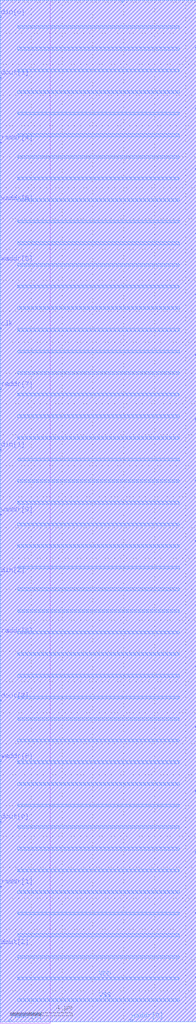
<source format=lef>
VERSION 5.8 ;
BUSBITCHARS "[]" ;
DIVIDERCHAR "/" ;
UNITS
    DATABASE MICRONS 2000 ;
END UNITS

MACRO spram_12x4
  FOREIGN spram_12x4 0 0 ;
  CLASS BLOCK ;
  SIZE 12.69 BY 66.14 ;
  PIN VSS
    USE GROUND ;
    DIRECTION INOUT ;
    PORT
      LAYER metal4 ;
        RECT  1.14 62.915 11.59 63.085 ;
        RECT  1.14 60.115 11.59 60.285 ;
        RECT  1.14 57.315 11.59 57.485 ;
        RECT  1.14 54.515 11.59 54.685 ;
        RECT  1.14 51.715 11.59 51.885 ;
        RECT  1.14 48.915 11.59 49.085 ;
        RECT  1.14 46.115 11.59 46.285 ;
        RECT  1.14 43.315 11.59 43.485 ;
        RECT  1.14 40.515 11.59 40.685 ;
        RECT  1.14 37.715 11.59 37.885 ;
        RECT  1.14 34.915 11.59 35.085 ;
        RECT  1.14 32.115 11.59 32.285 ;
        RECT  1.14 29.315 11.59 29.485 ;
        RECT  1.14 26.515 11.59 26.685 ;
        RECT  1.14 23.715 11.59 23.885 ;
        RECT  1.14 20.915 11.59 21.085 ;
        RECT  1.14 18.115 11.59 18.285 ;
        RECT  1.14 15.315 11.59 15.485 ;
        RECT  1.14 12.515 11.59 12.685 ;
        RECT  1.14 9.715 11.59 9.885 ;
        RECT  1.14 6.915 11.59 7.085 ;
        RECT  1.14 4.115 11.59 4.285 ;
        RECT  1.14 1.315 11.59 1.485 ;
    END
  END VSS
  PIN VDD
    USE POWER ;
    DIRECTION INOUT ;
    PORT
      LAYER metal4 ;
        RECT  1.14 64.315 11.59 64.485 ;
        RECT  1.14 61.515 11.59 61.685 ;
        RECT  1.14 58.715 11.59 58.885 ;
        RECT  1.14 55.915 11.59 56.085 ;
        RECT  1.14 53.115 11.59 53.285 ;
        RECT  1.14 50.315 11.59 50.485 ;
        RECT  1.14 47.515 11.59 47.685 ;
        RECT  1.14 44.715 11.59 44.885 ;
        RECT  1.14 41.915 11.59 42.085 ;
        RECT  1.14 39.115 11.59 39.285 ;
        RECT  1.14 36.315 11.59 36.485 ;
        RECT  1.14 33.515 11.59 33.685 ;
        RECT  1.14 30.715 11.59 30.885 ;
        RECT  1.14 27.915 11.59 28.085 ;
        RECT  1.14 25.115 11.59 25.285 ;
        RECT  1.14 22.315 11.59 22.485 ;
        RECT  1.14 19.515 11.59 19.685 ;
        RECT  1.14 16.715 11.59 16.885 ;
        RECT  1.14 13.915 11.59 14.085 ;
        RECT  1.14 11.115 11.59 11.285 ;
        RECT  1.14 8.315 11.59 8.485 ;
        RECT  1.14 5.515 11.59 5.685 ;
        RECT  1.14 2.715 11.59 2.885 ;
    END
  END VDD
  PIN clk
    DIRECTION INPUT ;
    USE SIGNAL ;
    PORT
      LAYER metal3 ;
        RECT  0 44.835 0.07 44.905 ;
    END
  END clk
  PIN din[0]
    DIRECTION INPUT ;
    USE SIGNAL ;
    PORT
      LAYER metal3 ;
        RECT  0 64.995 0.07 65.065 ;
    END
  END din[0]
  PIN din[1]
    DIRECTION INPUT ;
    USE SIGNAL ;
    PORT
      LAYER metal3 ;
        RECT  0 36.995 0.07 37.065 ;
    END
  END din[1]
  PIN din[2]
    DIRECTION INPUT ;
    USE SIGNAL ;
    PORT
      LAYER metal3 ;
        RECT  0 28.875 0.07 28.945 ;
    END
  END din[2]
  PIN din[3]
    DIRECTION INPUT ;
    USE SIGNAL ;
    PORT
      LAYER metal3 ;
        RECT  12.62 22.995 12.69 23.065 ;
    END
  END din[3]
  PIN dout[0]
    DIRECTION OUTPUT ;
    USE SIGNAL ;
    PORT
      LAYER metal3 ;
        RECT  0 12.915 0.07 12.985 ;
    END
  END dout[0]
  PIN dout[1]
    DIRECTION OUTPUT ;
    USE SIGNAL ;
    PORT
      LAYER metal3 ;
        RECT  0 61.075 0.07 61.145 ;
    END
  END dout[1]
  PIN dout[2]
    DIRECTION OUTPUT ;
    USE SIGNAL ;
    PORT
      LAYER metal3 ;
        RECT  0 4.795 0.07 4.865 ;
    END
  END dout[2]
  PIN dout[3]
    DIRECTION OUTPUT ;
    USE SIGNAL ;
    PORT
      LAYER metal3 ;
        RECT  0 20.755 0.07 20.825 ;
    END
  END dout[3]
  PIN raddr[0]
    DIRECTION INPUT ;
    USE SIGNAL ;
    PORT
      LAYER metal3 ;
        RECT  12.62 55.195 12.69 55.265 ;
    END
  END raddr[0]
  PIN raddr[10]
    DIRECTION INPUT ;
    USE SIGNAL ;
    PORT
      LAYER metal3 ;
        RECT  12.62 31.115 12.69 31.185 ;
    END
  END raddr[10]
  PIN raddr[11]
    DIRECTION INPUT ;
    USE SIGNAL ;
    PORT
      LAYER metal3 ;
        RECT  12.62 26.915 12.69 26.985 ;
    END
  END raddr[11]
  PIN raddr[1]
    DIRECTION INPUT ;
    USE SIGNAL ;
    PORT
      LAYER metal3 ;
        RECT  0 8.715 0.07 8.785 ;
    END
  END raddr[1]
  PIN raddr[2]
    DIRECTION INPUT ;
    USE SIGNAL ;
    PORT
      LAYER metal3 ;
        RECT  12.62 50.995 12.69 51.065 ;
    END
  END raddr[2]
  PIN raddr[3]
    DIRECTION INPUT ;
    USE SIGNAL ;
    PORT
      LAYER metal4 ;
        RECT  0.585 0 0.725 0.14 ;
    END
  END raddr[3]
  PIN raddr[4]
    DIRECTION INPUT ;
    USE SIGNAL ;
    PORT
      LAYER metal3 ;
        RECT  0 56.875 0.07 56.945 ;
    END
  END raddr[4]
  PIN raddr[5]
    DIRECTION INPUT ;
    USE SIGNAL ;
    PORT
      LAYER metal3 ;
        RECT  12.62 43.155 12.69 43.225 ;
    END
  END raddr[5]
  PIN raddr[6]
    DIRECTION INPUT ;
    USE SIGNAL ;
    PORT
      LAYER metal3 ;
        RECT  0 24.955 0.07 25.025 ;
    END
  END raddr[6]
  PIN raddr[7]
    DIRECTION INPUT ;
    USE SIGNAL ;
    PORT
      LAYER metal3 ;
        RECT  0 40.915 0.07 40.985 ;
    END
  END raddr[7]
  PIN raddr[8]
    DIRECTION INPUT ;
    USE SIGNAL ;
    PORT
      LAYER metal3 ;
        RECT  12.62 19.075 12.69 19.145 ;
    END
  END raddr[8]
  PIN raddr[9]
    DIRECTION INPUT ;
    USE SIGNAL ;
    PORT
      LAYER metal4 ;
        RECT  7.865 66 8.005 66.14 ;
    END
  END raddr[9]
  PIN re
    DIRECTION INPUT ;
    USE SIGNAL ;
    PORT
      LAYER metal3 ;
        RECT  12.62 35.035 12.69 35.105 ;
    END
  END re
  PIN waddr[0]
    DIRECTION INPUT ;
    USE SIGNAL ;
    PORT
      LAYER metal4 ;
        RECT  8.425 0 8.565 0.14 ;
    END
  END waddr[0]
  PIN waddr[10]
    DIRECTION INPUT ;
    USE SIGNAL ;
    PORT
      LAYER metal3 ;
        RECT  12.62 2.835 12.69 2.905 ;
    END
  END waddr[10]
  PIN waddr[11]
    DIRECTION INPUT ;
    USE SIGNAL ;
    PORT
      LAYER metal3 ;
        RECT  12.62 7.035 12.69 7.105 ;
    END
  END waddr[11]
  PIN waddr[1]
    DIRECTION INPUT ;
    USE SIGNAL ;
    PORT
      LAYER metal3 ;
        RECT  12.62 38.955 12.69 39.025 ;
    END
  END waddr[1]
  PIN waddr[2]
    DIRECTION INPUT ;
    USE SIGNAL ;
    PORT
      LAYER metal3 ;
        RECT  12.62 10.955 12.69 11.025 ;
    END
  END waddr[2]
  PIN waddr[3]
    DIRECTION INPUT ;
    USE SIGNAL ;
    PORT
      LAYER metal3 ;
        RECT  12.62 59.115 12.69 59.185 ;
    END
  END waddr[3]
  PIN waddr[4]
    DIRECTION INPUT ;
    USE SIGNAL ;
    PORT
      LAYER metal3 ;
        RECT  12.62 63.035 12.69 63.105 ;
    END
  END waddr[4]
  PIN waddr[5]
    DIRECTION INPUT ;
    USE SIGNAL ;
    PORT
      LAYER metal3 ;
        RECT  0 49.035 0.07 49.105 ;
    END
  END waddr[5]
  PIN waddr[6]
    DIRECTION INPUT ;
    USE SIGNAL ;
    PORT
      LAYER metal3 ;
        RECT  0 52.955 0.07 53.025 ;
    END
  END waddr[6]
  PIN waddr[7]
    DIRECTION INPUT ;
    USE SIGNAL ;
    PORT
      LAYER metal3 ;
        RECT  12.62 14.875 12.69 14.945 ;
    END
  END waddr[7]
  PIN waddr[8]
    DIRECTION INPUT ;
    USE SIGNAL ;
    PORT
      LAYER metal3 ;
        RECT  0 16.835 0.07 16.905 ;
    END
  END waddr[8]
  PIN waddr[9]
    DIRECTION INPUT ;
    USE SIGNAL ;
    PORT
      LAYER metal3 ;
        RECT  0 32.795 0.07 32.865 ;
    END
  END waddr[9]
  PIN we
    DIRECTION INPUT ;
    USE SIGNAL ;
    PORT
      LAYER metal3 ;
        RECT  12.62 47.075 12.69 47.145 ;
    END
  END we
  OBS
    LAYER metal1 ;
     RECT  0 -0.085 3.23 66.14 ;
     RECT  3.23 0 12.69 66.14 ;
    LAYER metal2 ;
     RECT  0 0 12.69 66.14 ;
    LAYER metal3 ;
     RECT  0 0 12.69 66.14 ;
    LAYER metal4 ;
     RECT  0 0 12.69 66.14 ;
  END
END spram_12x4
END LIBRARY

</source>
